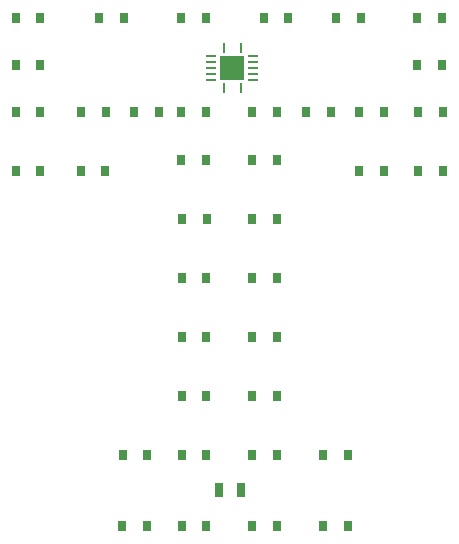
<source format=gbr>
G04 #@! TF.GenerationSoftware,KiCad,Pcbnew,(5.0.0)*
G04 #@! TF.CreationDate,2019-05-30T18:33:38-04:00*
G04 #@! TF.ProjectId,Tiny-er T,54696E792D657220542E6B696361645F,rev?*
G04 #@! TF.SameCoordinates,Original*
G04 #@! TF.FileFunction,Paste,Top*
G04 #@! TF.FilePolarity,Positive*
%FSLAX46Y46*%
G04 Gerber Fmt 4.6, Leading zero omitted, Abs format (unit mm)*
G04 Created by KiCad (PCBNEW (5.0.0)) date 05/30/19 18:33:38*
%MOMM*%
%LPD*%
G01*
G04 APERTURE LIST*
%ADD10R,0.800000X0.900000*%
%ADD11R,2.050000X2.050000*%
%ADD12R,0.279908X0.849884*%
%ADD13R,0.849884X0.279908*%
%ADD14R,0.700000X1.300000*%
G04 APERTURE END LIST*
D10*
G04 #@! TO.C,D1*
X91900000Y-91000000D03*
X94000000Y-91000000D03*
G04 #@! TD*
G04 #@! TO.C,D2*
X91900000Y-86000000D03*
X94000000Y-86000000D03*
G04 #@! TD*
G04 #@! TO.C,D3*
X91900000Y-82000000D03*
X94000000Y-82000000D03*
G04 #@! TD*
G04 #@! TO.C,D4*
X91900000Y-78000000D03*
X94000000Y-78000000D03*
G04 #@! TD*
G04 #@! TO.C,D5*
X98950000Y-78000000D03*
X101050000Y-78000000D03*
G04 #@! TD*
G04 #@! TO.C,D6*
X105900000Y-78000000D03*
X108000000Y-78000000D03*
G04 #@! TD*
G04 #@! TO.C,D7*
X112900000Y-78000000D03*
X115000000Y-78000000D03*
G04 #@! TD*
G04 #@! TO.C,D8*
X119000000Y-78000000D03*
X121100000Y-78000000D03*
G04 #@! TD*
G04 #@! TO.C,D9*
X125900000Y-78000000D03*
X128000000Y-78000000D03*
G04 #@! TD*
G04 #@! TO.C,D10*
X125900000Y-82000000D03*
X128000000Y-82000000D03*
G04 #@! TD*
G04 #@! TO.C,D11*
X126000000Y-86000000D03*
X128100000Y-86000000D03*
G04 #@! TD*
G04 #@! TO.C,D12*
X126000000Y-91000000D03*
X128100000Y-91000000D03*
G04 #@! TD*
G04 #@! TO.C,D13*
X121000000Y-91000000D03*
X123100000Y-91000000D03*
G04 #@! TD*
G04 #@! TO.C,D14*
X121000000Y-86000000D03*
X123100000Y-86000000D03*
G04 #@! TD*
G04 #@! TO.C,D15*
X116500000Y-86000000D03*
X118600000Y-86000000D03*
G04 #@! TD*
G04 #@! TO.C,D16*
X111950000Y-86000000D03*
X114050000Y-86000000D03*
G04 #@! TD*
G04 #@! TO.C,D17*
X111900000Y-90000000D03*
X114000000Y-90000000D03*
G04 #@! TD*
G04 #@! TO.C,D18*
X111950000Y-95000000D03*
X114050000Y-95000000D03*
G04 #@! TD*
G04 #@! TO.C,D19*
X111950000Y-100000000D03*
X114050000Y-100000000D03*
G04 #@! TD*
G04 #@! TO.C,D20*
X111900000Y-105000000D03*
X114000000Y-105000000D03*
G04 #@! TD*
G04 #@! TO.C,D21*
X111900000Y-115000000D03*
X114000000Y-115000000D03*
G04 #@! TD*
G04 #@! TO.C,D22*
X117900000Y-115000000D03*
X120000000Y-115000000D03*
G04 #@! TD*
G04 #@! TO.C,D23*
X117900000Y-121000000D03*
X120000000Y-121000000D03*
G04 #@! TD*
G04 #@! TO.C,D24*
X111950000Y-110000000D03*
X114050000Y-110000000D03*
G04 #@! TD*
D11*
G04 #@! TO.C,U2*
X110250000Y-82250000D03*
D12*
X111000001Y-80519000D03*
D13*
X112019001Y-81249999D03*
X112019001Y-81750001D03*
X112019001Y-82250000D03*
X112019001Y-82749999D03*
X112019001Y-83250001D03*
D12*
X111000001Y-83981000D03*
X109499999Y-83981000D03*
D13*
X108480999Y-83250001D03*
X108480999Y-82749999D03*
X108480999Y-82250000D03*
X108480999Y-81750001D03*
X108480999Y-81249999D03*
D12*
X109499999Y-80519000D03*
G04 #@! TD*
D10*
G04 #@! TO.C,D25*
X111900000Y-121000000D03*
X114000000Y-121000000D03*
G04 #@! TD*
G04 #@! TO.C,D26*
X105950000Y-121000000D03*
X108050000Y-121000000D03*
G04 #@! TD*
G04 #@! TO.C,D27*
X100900000Y-121000000D03*
X103000000Y-121000000D03*
G04 #@! TD*
G04 #@! TO.C,D28*
X100950000Y-115000000D03*
X103050000Y-115000000D03*
G04 #@! TD*
G04 #@! TO.C,D29*
X105950000Y-115000000D03*
X108050000Y-115000000D03*
G04 #@! TD*
G04 #@! TO.C,D30*
X105950000Y-110000000D03*
X108050000Y-110000000D03*
G04 #@! TD*
G04 #@! TO.C,D31*
X105950000Y-105000000D03*
X108050000Y-105000000D03*
G04 #@! TD*
G04 #@! TO.C,D32*
X105950000Y-100000000D03*
X108050000Y-100000000D03*
G04 #@! TD*
G04 #@! TO.C,D33*
X108100000Y-95000000D03*
X106000000Y-95000000D03*
G04 #@! TD*
G04 #@! TO.C,D34*
X105900000Y-90000000D03*
X108000000Y-90000000D03*
G04 #@! TD*
G04 #@! TO.C,D35*
X108000000Y-86000000D03*
X105900000Y-86000000D03*
G04 #@! TD*
G04 #@! TO.C,D36*
X101900000Y-86000000D03*
X104000000Y-86000000D03*
G04 #@! TD*
G04 #@! TO.C,D37*
X99550000Y-86000000D03*
X97450000Y-86000000D03*
G04 #@! TD*
G04 #@! TO.C,D38*
X97400000Y-91000000D03*
X99500000Y-91000000D03*
G04 #@! TD*
D14*
G04 #@! TO.C,R1*
X111000000Y-118000000D03*
X109100000Y-118000000D03*
G04 #@! TD*
M02*

</source>
